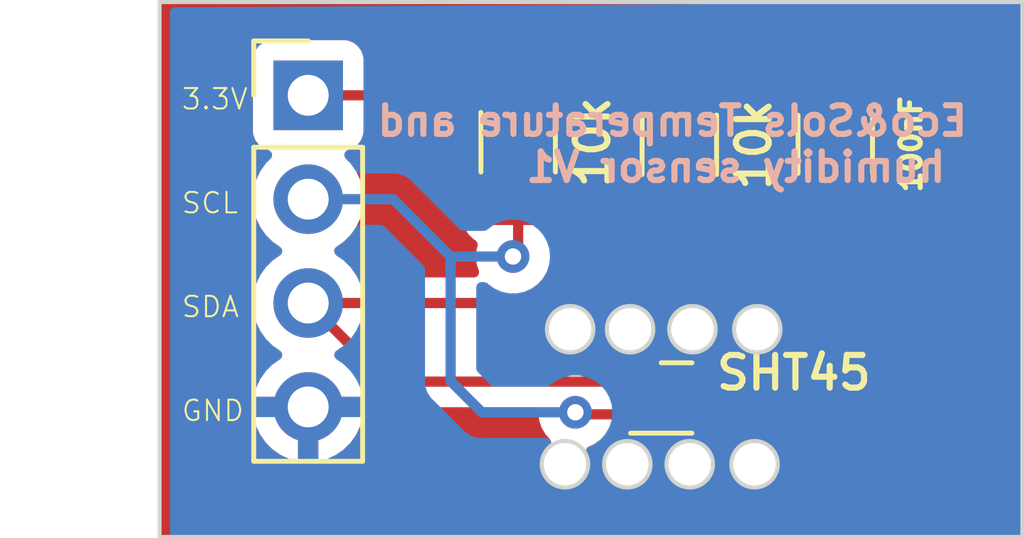
<source format=kicad_pcb>
(kicad_pcb (version 20221018) (generator pcbnew)
  (layers (0 "F.Cu" signal) (31 "B.Cu" signal) (34 "B.Paste" user) (35 "F.Paste" user) (36 "B.SilkS" user "B.Silkscreen") (37 "F.SilkS" user "F.Silkscreen") (38 "B.Mask" user) (39 "F.Mask" user) (44 "Edge.Cuts" user))
  (net 0 "")
  (net 1 "+3.3V")
  (net 2 "GND")
  (net 3 "/SCL")
  (net 4 "/SDA")
  (footprint "Connector_PinHeader_2.54mm:PinHeader_1x04_P2.54mm_Vertical" (layer "F.Cu") (at 125.044 84.196)
    (fp_text reference "J1" hide)
    (fp_text value "Conn_01x04_Socket")
    (fp_line (start -1.33 -1.33) (end 0 -1.33) (stroke (width 0.12)) (layer "F.SilkS"))
    (fp_line (start -1.33 0) (end -1.33 -1.33) (stroke (width 0.12)) (layer "F.SilkS"))
    (fp_line (start -1.33 1.27) (end -1.33 8.95) (stroke (width 0.12)) (layer "F.SilkS"))
    (fp_line (start -1.33 1.27) (end 1.33 1.27) (stroke (width 0.12)) (layer "F.SilkS"))
    (fp_line (start -1.33 8.95) (end 1.33 8.95) (stroke (width 0.12)) (layer "F.SilkS"))
    (fp_line (start 1.33 1.27) (end 1.33 8.95) (stroke (width 0.12)) (layer "F.SilkS"))
    (pad "1" thru_hole rect (at 0 0) (size 1.7 1.7) (drill 1) (layers "*.Cu" "*.Mask") (net 1 "+3.3V"))
    (pad "2" thru_hole oval (at 0 2.54) (size 1.7 1.7) (drill 1) (layers "*.Cu" "*.Mask") (net 3 "/SCL"))
    (pad "3" thru_hole oval (at 0 5.08) (size 1.7 1.7) (drill 1) (layers "*.Cu" "*.Mask") (net 4 "/SDA"))
    (pad "4" thru_hole oval (at 0 7.62) (size 1.7 1.7) (drill 1) (layers "*.Cu" "*.Mask") (net 2 "GND"))
  )
  (footprint "Resistor_SMD:R_1206_3216Metric" (layer "F.Cu") (at 130.174 85.3435 -90)
    (fp_text reference "10k" (at 0 -1.82 90) (layer "F.SilkS") (effects (font (size 0.8 0.8))))
    (fp_text value "10k")
    (fp_line (start -0.727064 -0.91) (end 0.727064 -0.91) (stroke (width 0.12)) (layer "F.SilkS"))
    (fp_line (start -0.727064 0.91) (end 0.727064 0.91) (stroke (width 0.12)) (layer "F.SilkS"))
    (pad "1" smd roundrect (at -1.4625 0 270) (size 1.125 1.75) (layers "F.Cu" "F.Paste" "F.Mask") (roundrect_rratio 0.2222222222) (net 1 "+3.3V"))
    (pad "2" smd roundrect (at 1.4625 0 270) (size 1.125 1.75) (layers "F.Cu" "F.Paste" "F.Mask") (roundrect_rratio 0.2222222222) (net 3 "/SCL"))
  )
  (footprint "Capacitor_SMD:C_1206_3216Metric" (layer "F.Cu") (at 137.922 85.393 -90)
    (fp_text reference "100nF" (at 0 -1.85 90) (layer "F.SilkS") (effects (font (size 0.5 0.5) (thickness 0.125))))
    (fp_text value "100nF")
    (fp_line (start -0.711252 -0.91) (end 0.711252 -0.91) (stroke (width 0.12)) (layer "F.SilkS"))
    (fp_line (start -0.711252 0.91) (end 0.711252 0.91) (stroke (width 0.12)) (layer "F.SilkS"))
    (pad "1" smd roundrect (at -1.475 0 270) (size 1.15 1.8) (layers "F.Cu" "F.Paste" "F.Mask") (roundrect_rratio 0.2173913043) (net 1 "+3.3V"))
    (pad "2" smd roundrect (at 1.475 0 270) (size 1.15 1.8) (layers "F.Cu" "F.Paste" "F.Mask") (roundrect_rratio 0.2173913043) (net 2 "GND"))
  )
  (footprint "Resistor_SMD:R_1206_3216Metric" (layer "F.Cu") (at 134.112 85.4055 -90)
    (fp_text reference "10k" (at 0 -1.82 90) (layer "F.SilkS") (effects (font (size 0.8 0.8))))
    (fp_text value "10k")
    (fp_line (start -0.727064 -0.91) (end 0.727064 -0.91) (stroke (width 0.12)) (layer "F.SilkS"))
    (fp_line (start -0.727064 0.91) (end 0.727064 0.91) (stroke (width 0.12)) (layer "F.SilkS"))
    (pad "1" smd roundrect (at -1.4625 0 270) (size 1.125 1.75) (layers "F.Cu" "F.Paste" "F.Mask") (roundrect_rratio 0.2222222222) (net 1 "+3.3V"))
    (pad "2" smd roundrect (at 1.4625 0 270) (size 1.125 1.75) (layers "F.Cu" "F.Paste" "F.Mask") (roundrect_rratio 0.2222222222) (net 4 "/SDA"))
  )
  (footprint "Sensor_Humidity:Sensirion_DFN-4_1.5x1.5mm_P0.8mm_SHT4x_NoCentralPad" (layer "F.Cu") (at 133.67 91.598)
    (fp_text reference "SHT45" (at 3.24 -0.616) (layer "F.SilkS") (effects (font (size 0.8 0.8))))
    (fp_text value "SHT4x")
    (fp_line (start -0.75 0.86) (end 0.75 0.86) (stroke (width 0.12)) (layer "F.SilkS"))
    (fp_line (start 0 -0.86) (end 0.75 -0.86) (stroke (width 0.12)) (layer "F.SilkS"))
    (pad "1" smd rect (at -0.7 -0.4) (size 0.5 0.3) (layers "F.Cu" "F.Paste" "F.Mask") (net 4 "/SDA"))
    (pad "2" smd rect (at -0.7 0.4) (size 0.5 0.3) (layers "F.Cu" "F.Paste" "F.Mask") (net 3 "/SCL"))
    (pad "3" smd rect (at 0.7 0.4) (size 0.5 0.3) (layers "F.Cu" "F.Paste" "F.Mask") (net 1 "+3.3V"))
    (pad "4" smd rect (at 0.7 -0.4) (size 0.5 0.3) (layers "F.Cu" "F.Paste" "F.Mask") (net 2 "GND"))
    (zone (net 0) (net_name "") (layer "F.Cu") (connect_pads (clearance 0)) (min_thickness 0.254)
      (keepout (tracks not_allowed) (vias not_allowed) (pads allowed) (copperpour not_allowed) (footprints allowed))
      (fill (thermal_gap 0.508) (thermal_bridge_width 0.508))
      (polygon (pts (xy 134.42 91.048) (xy 134.12 91.048) (xy 134.12 91.348) (xy 134.42 91.348) (xy 134.42 91.848) (xy 134.12 91.848) (xy 134.12 92.148) (xy 134.42 92.148) (xy 134.42 92.348) (xy 132.92 92.348) (xy 132.92 92.148) (xy 133.22 92.148) (xy 133.22 91.848) (xy 132.92 91.848) (xy 132.92 91.348) (xy 133.22 91.348) (xy 133.22 91.048) (xy 132.92 91.048) (xy 132.92 90.848) (xy 134.42 90.848)))
    )
  )
  (gr_circle (center 135.949961 93.218) (end 136.457961 93.472) (stroke (width 0.1)) (fill none) (layer "Edge.Cuts"))
  (gr_circle (center 131.445 89.916) (end 131.953 90.17) (stroke (width 0.1)) (fill none) (layer "Edge.Cuts"))
  (gr_circle (center 132.842 93.218) (end 133.35 93.472) (stroke (width 0.1)) (fill none) (layer "Edge.Cuts"))
  (gr_circle (center 131.318 93.218) (end 131.826 93.472) (stroke (width 0.1)) (fill none) (layer "Edge.Cuts"))
  (gr_circle (center 134.433039 89.916) (end 134.941039 90.17) (stroke (width 0.1)) (fill none) (layer "Edge.Cuts"))
  (gr_circle (center 132.909039 89.916) (end 133.417039 90.17) (stroke (width 0.1)) (fill none) (layer "Edge.Cuts"))
  (gr_rect (start 121.412 81.915) (end 142.494 94.996) (stroke (width 0.1)) (fill none) (layer "Edge.Cuts"))
  (gr_circle (center 136.017 89.916) (end 136.525 90.17) (stroke (width 0.1)) (fill none) (layer "Edge.Cuts"))
  (gr_circle (center 134.366 93.218) (end 134.874 93.472) (stroke (width 0.1)) (fill none) (layer "Edge.Cuts"))
  (gr_text "Eco&Sols Temperature and\n humidity sensor V1" (at 141.224 86.36) (layer "B.SilkS") (effects (font (size 0.7 0.7)) (justify left bottom mirror)))
  (gr_text "SDA" (at 121.92 89.662) (layer "F.SilkS") (effects (font (size 0.5 0.5) (thickness 0.05)) (justify left bottom)))
  (gr_text "SCL" (at 121.92 87.122) (layer "F.SilkS") (effects (font (size 0.5 0.5) (thickness 0.05)) (justify left bottom)))
  (gr_text "3.3V" (at 121.92 84.582) (layer "F.SilkS") (effects (font (size 0.5 0.5) (thickness 0.05)) (justify left bottom)))
  (gr_text "GND" (at 121.92 92.202) (layer "F.SilkS") (effects (font (size 0.5 0.5) (thickness 0.05)) (justify left bottom)))
  (segment (start 140.716 91.694) (end 140.412 91.998) (width 0.25) (layer "F.Cu") (net 1))
  (segment (start 140.716 84.074) (end 140.716 91.694) (width 0.25) (layer "F.Cu") (net 1))
  (segment (start 130.174 83.881) (end 127.823 83.881) (width 0.25) (layer "F.Cu") (net 1))
  (segment (start 140.412 91.998) (end 134.37 91.998) (width 0.25) (layer "F.Cu") (net 1))
  (segment (start 127.508 84.196) (end 125.044 84.196) (width 0.25) (layer "F.Cu") (net 1))
  (segment (start 137.922 83.918) (end 140.56 83.918) (width 0.25) (layer "F.Cu") (net 1))
  (segment (start 127.823 83.881) (end 127.508 84.196) (width 0.25) (layer "F.Cu") (net 1))
  (segment (start 134.05 83.881) (end 134.112 83.943) (width 0.25) (layer "F.Cu") (net 1))
  (segment (start 137.922 83.918) (end 134.137 83.918) (width 0.25) (layer "F.Cu") (net 1))
  (segment (start 130.174 83.881) (end 134.05 83.881) (width 0.25) (layer "F.Cu") (net 1))
  (segment (start 140.56 83.918) (end 140.716 84.074) (width 0.25) (layer "F.Cu") (net 1))
  (segment (start 134.137 83.918) (end 134.112 83.943) (width 0.25) (layer "F.Cu") (net 1))
  (segment (start 134.696778 91.186) (end 134.62 91.186) (width 0.25) (layer "F.Cu") (net 2))
  (segment (start 130.174 86.806) (end 130.174 88.012) (width 0.25) (layer "F.Cu") (net 3))
  (segment (start 130.174 88.012) (end 130.048 88.138) (width 0.25) (layer "F.Cu") (net 3))
  (segment (start 130.174 86.806) (end 130.104 86.736) (width 0.25) (layer "F.Cu") (net 3))
  (segment (start 131.622 91.998) (end 132.97 91.998) (width 0.25) (layer "F.Cu") (net 3))
  (segment (start 131.572 91.948) (end 131.622 91.998) (width 0.25) (layer "F.Cu") (net 3))
  (via (at 130.048 88.138) (size 0.8) (drill 0.4) (layers "F.Cu" "B.Cu") (net 3))
  (via (at 131.572 91.948) (size 0.8) (drill 0.4) (layers "F.Cu" "B.Cu") (net 3))
  (segment (start 125.044 86.736) (end 127.122 86.736) (width 0.25) (layer "B.Cu") (net 3))
  (segment (start 127.122 86.736) (end 128.524 88.138) (width 0.25) (layer "B.Cu") (net 3))
  (segment (start 128.524 91.186) (end 129.286 91.948) (width 0.25) (layer "B.Cu") (net 3))
  (segment (start 128.524 88.138) (end 128.524 91.186) (width 0.25) (layer "B.Cu") (net 3))
  (segment (start 129.286 91.948) (end 131.572 91.948) (width 0.25) (layer "B.Cu") (net 3))
  (segment (start 130.048 88.138) (end 128.524 88.138) (width 0.25) (layer "B.Cu") (net 3))
  (segment (start 134.112 87.884) (end 134.112 86.868) (width 0.25) (layer "F.Cu") (net 4))
  (segment (start 125.044 89.276) (end 130.434 89.276) (width 0.25) (layer "F.Cu") (net 4))
  (segment (start 130.434 89.276) (end 131.572 88.138) (width 0.25) (layer "F.Cu") (net 4))
  (segment (start 133.858 88.138) (end 134.112 87.884) (width 0.25) (layer "F.Cu") (net 4))
  (segment (start 131.572 88.138) (end 133.858 88.138) (width 0.25) (layer "F.Cu") (net 4))
  (segment (start 125.044 89.276) (end 126.966 91.198) (width 0.25) (layer "F.Cu") (net 4))
  (segment (start 126.966 91.198) (end 132.97 91.198) (width 0.25) (layer "F.Cu") (net 4))
  (zone (net 2) (net_name "GND") (layer "F.Cu") (connect_pads (clearance 0.5)) (min_thickness 0.25) (fill yes (thermal_gap 0.5) (thermal_bridge_width 0.5))
    (polygon (pts (xy 121.412 81.915) (xy 142.494 81.915) (xy 142.494 94.996) (xy 121.412 94.996)))
  )
  (zone (net 2) (net_name "GND") (layer "B.Cu") (priority 1) (connect_pads (clearance 0.5)) (min_thickness 0.25) (fill yes (thermal_gap 0.5) (thermal_bridge_width 0.5))
    (polygon (pts (xy 142.494 81.915) (xy 142.494 94.996) (xy 121.666 94.996) (xy 121.666 82.042) (xy 122.428 82.042)))
  )
)
</source>
